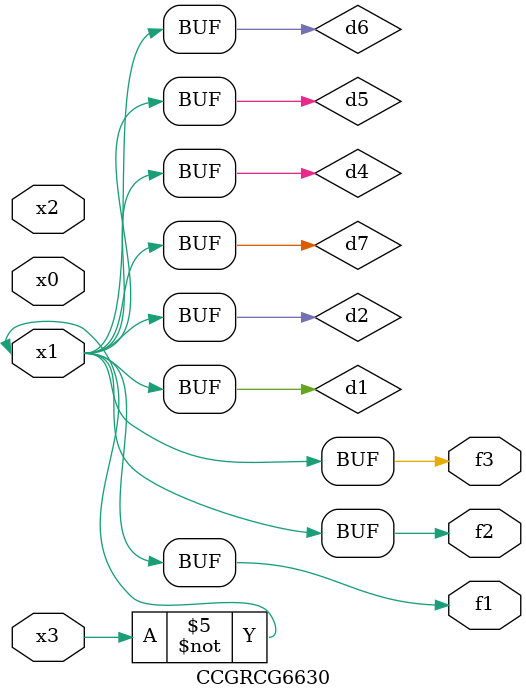
<source format=v>
module CCGRCG6630(
	input x0, x1, x2, x3,
	output f1, f2, f3
);

	wire d1, d2, d3, d4, d5, d6, d7;

	not (d1, x3);
	buf (d2, x1);
	xnor (d3, d1, d2);
	nor (d4, d1);
	buf (d5, d1, d2);
	buf (d6, d4, d5);
	nand (d7, d4);
	assign f1 = d6;
	assign f2 = d7;
	assign f3 = d6;
endmodule

</source>
